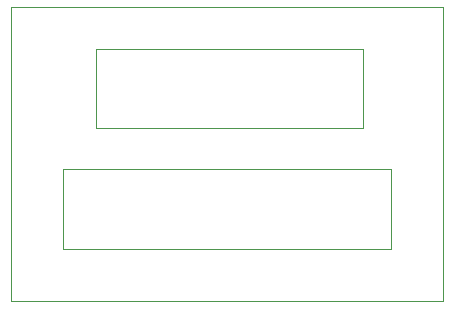
<source format=gbr>
%TF.GenerationSoftware,KiCad,Pcbnew,(6.0.2)*%
%TF.CreationDate,2022-03-09T19:46:14-08:00*%
%TF.ProjectId,IFLFU-test-spacer,49464c46-552d-4746-9573-742d73706163,rev?*%
%TF.SameCoordinates,Original*%
%TF.FileFunction,Profile,NP*%
%FSLAX46Y46*%
G04 Gerber Fmt 4.6, Leading zero omitted, Abs format (unit mm)*
G04 Created by KiCad (PCBNEW (6.0.2)) date 2022-03-09 19:46:14*
%MOMM*%
%LPD*%
G01*
G04 APERTURE LIST*
%TA.AperFunction,Profile*%
%ADD10C,0.050000*%
%TD*%
%TA.AperFunction,Profile*%
%ADD11C,0.100000*%
%TD*%
G04 APERTURE END LIST*
D10*
X19900000Y-20000000D02*
X56500000Y-20000000D01*
X56500000Y-20000000D02*
X56500000Y-44900000D01*
X56500000Y-44900000D02*
X19900000Y-44900000D01*
X19900000Y-44900000D02*
X19900000Y-20000000D01*
D11*
X27100000Y-23500000D02*
X49700000Y-23500000D01*
X49700000Y-23500000D02*
X49700000Y-30200000D01*
X49700000Y-30200000D02*
X27100000Y-30200000D01*
X27100000Y-30200000D02*
X27100000Y-23500000D01*
X24300000Y-33700000D02*
X52100000Y-33700000D01*
X52100000Y-33700000D02*
X52100000Y-40500000D01*
X52100000Y-40500000D02*
X24300000Y-40500000D01*
X24300000Y-40500000D02*
X24300000Y-33700000D01*
M02*

</source>
